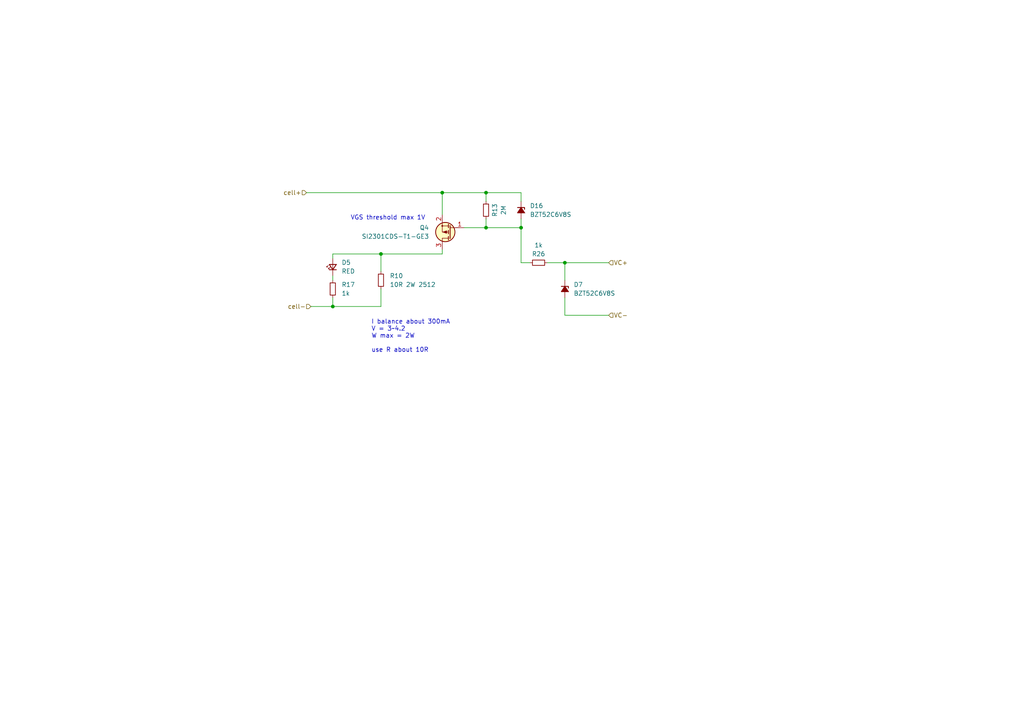
<source format=kicad_sch>
(kicad_sch (version 20231120) (generator "eeschema") (generator_version "8.0")
  (paper "A4")
  (lib_symbols
    (symbol "Device:D_Zener_Small_Filled" (pin_numbers hide) (pin_names (offset 0.254) hide)
      (property "Reference" "D" (at 0 2.286 0))
      (property "Value" "D_Zener_Small_Filled" (at 0 -2.286 0))
      (symbol "D_Zener_Small_Filled_0_1"
        (polyline (pts (xy 0.762 0) (xy -0.762 0)))
        (polyline (pts (xy -0.254 1.016) (xy -0.762 1.016) (xy -0.762 -1.016)) (stroke (width 0.254)))
        (polyline (pts (xy 0.762 1.016) (xy -0.762 0) (xy 0.762 -1.016) (xy 0.762 1.016)) (stroke (width 0.254)) (fill (type outline)))
      )
      (symbol "D_Zener_Small_Filled_1_1"
        (pin passive line (at -2.54 0 0) (length 1.778) (name "K") (number "1"))
        (pin passive line (at 2.54 0 180) (length 1.778) (name "A") (number "2"))
      )
    )
    (symbol "Device:LED_Small" (pin_numbers hide) (pin_names (offset 0.254) hide)
      (property "Reference" "D" (at -1.27 3.175 0))
      (property "Value" "LED_Small" (at -4.445 -2.54 0))
      (symbol "LED_Small_0_1"
        (polyline (pts (xy -0.762 -1.016) (xy -0.762 1.016)) (stroke (width 0.254)))
        (polyline (pts (xy 1.016 0) (xy -0.762 0)))
        (polyline (pts (xy 0.762 -1.016) (xy -0.762 0) (xy 0.762 1.016) (xy 0.762 -1.016)) (stroke (width 0.254)))
        (polyline (pts (xy 0 0.762) (xy -0.508 1.27) (xy -0.254 1.27) (xy -0.508 1.27) (xy -0.508 1.016)))
        (polyline (pts (xy 0.508 1.27) (xy 0 1.778) (xy 0.254 1.778) (xy 0 1.778) (xy 0 1.524)))
      )
      (symbol "LED_Small_1_1"
        (pin passive line (at -2.54 0 0) (length 1.778) (name "K") (number "1"))
        (pin passive line (at 2.54 0 180) (length 1.778) (name "A") (number "2"))
      )
    )
    (symbol "Device:R_Small" (pin_numbers hide) (pin_names (offset 0.254) hide)
      (property "Reference" "R" (at 0.762 0.508 0))
      (property "Value" "R_Small" (at 0.762 -1.016 0))
      (symbol "R_Small_0_1"
        (rectangle (start -0.762 1.778) (end 0.762 -1.778) (stroke (width 0.2032)))
      )
      (symbol "R_Small_1_1"
        (pin passive line (at 0 2.54 270) (length 0.762) (name "~") (number "1"))
        (pin passive line (at 0 -2.54 90) (length 0.762) (name "~") (number "2"))
      )
    )
    (symbol "PCM_Transistor_MOSFET_AKL:Q_PMOS-E_Generic_GSD" (pin_names hide)
      (property "Reference" "Q" (at 5.08 1.27 0))
      (property "Value" "Q_PMOS-E_Generic_GSD" (at 5.08 -1.27 0))
      (symbol "Q_PMOS-E_Generic_GSD_0_1"
        (polyline (pts (xy 0.254 -1.905) (xy 0.254 1.905)) (stroke (width 0.254)))
        (polyline (pts (xy 0.254 1.27) (xy -2.54 1.27)))
        (polyline (pts (xy 0.762 -2.286) (xy 0.762 -1.27)) (stroke (width 0.254)))
        (polyline (pts (xy 0.762 -1.778) (xy 2.54 -1.778)))
        (polyline (pts (xy 0.762 -0.508) (xy 0.762 0.508)) (stroke (width 0.254)))
        (polyline (pts (xy 0.762 1.27) (xy 0.762 2.286)) (stroke (width 0.254)))
        (polyline (pts (xy 0.762 1.778) (xy 2.54 1.778)))
        (polyline (pts (xy 2.54 -2.54) (xy 2.54 -1.778)))
        (polyline (pts (xy 2.54 2.54) (xy 2.54 0) (xy 0.762 0)))
        (polyline (pts (xy 2.286 0) (xy 1.27 -0.381) (xy 1.27 0.381) (xy 2.286 0)) (fill (type outline)))
      )
      (symbol "Q_PMOS-E_Generic_GSD_1_1"
        (circle (center 1.651 0) (radius 2.794) (stroke (width 0.254)) (fill (type background)))
        (circle (center 2.54 1.778) (radius 0.1778) (fill (type outline)))
        (pin input line (at -3.81 1.27 0) (length 2.54) (name "G") (number "1"))
        (pin passive line (at 2.54 5.08 270) (length 2.54) (name "S") (number "2"))
        (pin passive line (at 2.54 -5.08 90) (length 2.54) (name "D") (number "3"))
      )
    )
  )
  (junction (at 110.49 73.66))
  (junction (at 140.97 66.04))
  (junction (at 163.83 76.2))
  (junction (at 96.52 88.9))
  (junction (at 151.13 66.04))
  (junction (at 140.97 55.88))
  (junction (at 128.27 55.88))
  (wire (pts (xy 140.97 66.04) (xy 151.13 66.04)))
  (wire (pts (xy 140.97 55.88) (xy 140.97 58.42)))
  (wire (pts (xy 151.13 58.42) (xy 151.13 55.88)))
  (wire (pts (xy 163.83 91.44) (xy 176.53 91.44)))
  (wire (pts (xy 163.83 76.2) (xy 176.53 76.2)))
  (wire (pts (xy 151.13 63.5) (xy 151.13 66.04)))
  (wire (pts (xy 128.27 73.66) (xy 128.27 72.39)))
  (wire (pts (xy 140.97 63.5) (xy 140.97 66.04)))
  (wire (pts (xy 153.67 76.2) (xy 151.13 76.2)))
  (wire (pts (xy 140.97 55.88) (xy 128.27 55.88)))
  (wire (pts (xy 128.27 55.88) (xy 128.27 62.23)))
  (wire (pts (xy 96.52 73.66) (xy 96.52 74.93)))
  (wire (pts (xy 151.13 55.88) (xy 140.97 55.88)))
  (wire (pts (xy 163.83 76.2) (xy 163.83 81.28)))
  (wire (pts (xy 158.75 76.2) (xy 163.83 76.2)))
  (wire (pts (xy 96.52 86.36) (xy 96.52 88.9)))
  (wire (pts (xy 110.49 78.74) (xy 110.49 73.66)))
  (wire (pts (xy 96.52 88.9) (xy 110.49 88.9)))
  (wire (pts (xy 88.9 55.88) (xy 128.27 55.88)))
  (wire (pts (xy 96.52 80.01) (xy 96.52 81.28)))
  (wire (pts (xy 90.17 88.9) (xy 96.52 88.9)))
  (wire (pts (xy 151.13 76.2) (xy 151.13 66.04)))
  (wire (pts (xy 110.49 88.9) (xy 110.49 83.82)))
  (wire (pts (xy 163.83 86.36) (xy 163.83 91.44)))
  (wire (pts (xy 134.62 66.04) (xy 140.97 66.04)))
  (wire (pts (xy 96.52 73.66) (xy 110.49 73.66)))
  (wire (pts (xy 110.49 73.66) (xy 128.27 73.66)))
  (text "VGS threshold max 1V" (at 112.522 63.246 0) (effects (font (size 1.27 1.27))))
  (text "I balance about 300mA\nV = 3~4.2\nW max = 2W\n\nuse R about 10R\n" (at 107.696 102.362 0) (effects (font (size 1.27 1.27)) (justify left bottom)))
  (hierarchical_label "VC-" (shape input) (at 176.53 91.44 0))
  (hierarchical_label "cell-" (shape input) (at 90.17 88.9 180))
  (hierarchical_label "VC+" (shape input) (at 176.53 76.2 0))
  (hierarchical_label "cell+" (shape input) (at 88.9 55.88 180))
  (symbol (lib_id "Device:LED_Small") (at 96.52 77.47 90) (unit 1)
    (property "Reference" "D5" (at 99.06 76.1365 90) (effects (justify right)))
    (property "Value" "RED" (at 99.06 78.6765 90) (effects (justify right)))
    (property "Footprint" "LED_SMD:LED_0603_1608Metric" (effects (hide yes)))
    (property "Description" "Light emitting diode, small symbol" (effects (hide yes)))
    (instances (project "6S_BMS" (path "" (reference "D5") (unit 1)) (path "" (reference "D12") (unit 1)) (path "" (reference "D1") (unit 1)) (path "" (reference "D3") (unit 1)) (path "" (reference "D10") (unit 1)) (path "" (reference "D8") (unit 1))))
  )
  (symbol (lib_id "Device:R_Small") (at 110.49 81.28 0) (unit 1)
    (property "Reference" "R10" (at 113.03 80.01 0) (effects (justify left)))
    (property "Value" "10R 2W 2512" (at 113.03 82.55 0) (effects (justify left)))
    (property "Footprint" "Resistor_SMD:R_2512_6332Metric" (effects (hide yes)))
    (property "Description" "Resistor, small symbol" (effects (hide yes)))
    (instances (project "6S_BMS" (path "" (reference "R10") (unit 1)) (path "" (reference "R15") (unit 1)) (path "" (reference "R4") (unit 1)) (path "" (reference "R5") (unit 1)) (path "" (reference "R11") (unit 1)) (path "" (reference "R16") (unit 1))))
  )
  (symbol (lib_id "PCM_Transistor_MOSFET_AKL:Q_PMOS-E_Generic_GSD") (at 130.81 67.31 0) (mirror y) (unit 1)
    (property "Reference" "Q4" (at 124.46 66.04 0) (effects (justify left)))
    (property "Value" "SI2301CDS-T1-GE3" (at 124.46 68.58 0) (effects (justify left)))
    (property "Footprint" "Package_TO_SOT_SMD:SOT-23" (effects (hide yes)))
    (property "Description" "P-MOSFET enchancement mode transistor, generic symbol, Alternate KiCAD Library" (effects (hide yes)))
    (instances (project "6S_BMS" (path "" (reference "Q4") (unit 1)) (path "" (reference "Q6") (unit 1)) (path "" (reference "Q2") (unit 1)) (path "" (reference "Q3") (unit 1)) (path "" (reference "Q5") (unit 1)) (path "" (reference "Q1") (unit 1))))
  )
  (symbol (lib_id "Device:R_Small") (at 96.52 83.82 0) (unit 1)
    (property "Reference" "R17" (at 99.06 82.55 0) (effects (justify left)))
    (property "Value" "1k" (at 99.06 85.09 0) (effects (justify left)))
    (property "Footprint" "Resistor_SMD:R_0402_1005Metric" (effects (hide yes)))
    (property "Description" "Resistor, small symbol" (effects (hide yes)))
    (instances (project "6S_BMS" (path "" (reference "R17") (unit 1)) (path "" (reference "R27") (unit 1)) (path "" (reference "R7") (unit 1)) (path "" (reference "R12") (unit 1)) (path "" (reference "R22") (unit 1)) (path "" (reference "R32") (unit 1))))
  )
  (symbol (lib_id "Device:D_Zener_Small_Filled") (at 163.83 83.82 270) (unit 1)
    (property "Reference" "D7" (at 166.37 82.55 90) (effects (justify left)))
    (property "Value" "BZT52C6V8S" (at 166.37 85.09 90) (effects (justify left)))
    (property "Footprint" "Diode_SMD:D_SOD-323" (effects (hide yes)))
    (property "Description" "Zener diode, small symbol, filled shape" (effects (hide yes)))
    (instances (project "6S_BMS" (path "" (reference "D7") (unit 1)) (path "" (reference "D13") (unit 1)) (path "" (reference "D2") (unit 1)) (path "" (reference "D4") (unit 1)) (path "" (reference "D11") (unit 1)) (path "" (reference "D9") (unit 1))))
  )
  (symbol (lib_id "Device:R_Small") (at 140.97 60.96 180) (unit 1)
    (property "Reference" "R13" (at 143.51 60.96 90))
    (property "Value" "2M" (at 146.05 60.96 90))
    (property "Footprint" "Resistor_SMD:R_0402_1005Metric" (effects (hide yes)))
    (property "Description" "Resistor, small symbol" (effects (hide yes)))
    (instances (project "6S_BMS" (path "" (reference "R13") (unit 1)) (path "" (reference "R23") (unit 1)) (path "" (reference "R2") (unit 1)) (path "" (reference "R8") (unit 1)) (path "" (reference "R18") (unit 1)) (path "" (reference "R28") (unit 1))))
  )
  (symbol (lib_id "Device:R_Small") (at 156.21 76.2 270) (unit 1)
    (property "Reference" "R26" (at 156.21 73.66 90))
    (property "Value" "1k" (at 156.21 71.12 90))
    (property "Footprint" "Resistor_SMD:R_0402_1005Metric" (effects (hide yes)))
    (property "Description" "Resistor, small symbol" (effects (hide yes)))
    (instances (project "6S_BMS" (path "" (reference "R26") (unit 1)) (path "" (reference "R31") (unit 1)) (path "" (reference "R21") (unit 1)) (path "" (reference "R25") (unit 1)) (path "" (reference "R30") (unit 1)) (path "" (reference "R50") (unit 1))))
  )
  (symbol (lib_id "Device:D_Zener_Small_Filled") (at 151.13 60.96 270) (unit 1)
    (property "Reference" "D16" (at 153.67 59.69 90) (effects (justify left)))
    (property "Value" "BZT52C6V8S" (at 153.67 62.23 90) (effects (justify left)))
    (property "Footprint" "Diode_SMD:D_SOD-323" (effects (hide yes)))
    (property "Description" "Zener diode, small symbol, filled shape" (effects (hide yes)))
    (instances (project "6S_BMS" (path "" (reference "D16") (unit 1)) (path "" (reference "D18") (unit 1)) (path "" (reference "D14") (unit 1)) (path "" (reference "D15") (unit 1)) (path "" (reference "D17") (unit 1)) (path "" (reference "D19") (unit 1))))
  )
)
</source>
